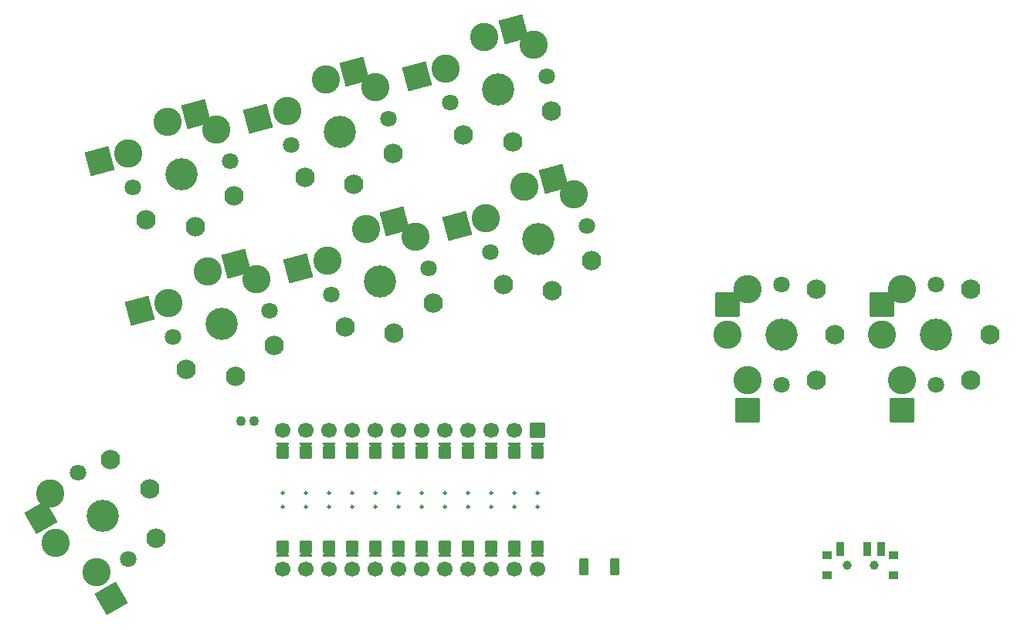
<source format=gbr>
%TF.GenerationSoftware,KiCad,Pcbnew,(6.0.5-0)*%
%TF.CreationDate,2022-07-11T16:51:09+02:00*%
%TF.ProjectId,kardV2,6b617264-5632-42e6-9b69-6361645f7063,v1.0.0*%
%TF.SameCoordinates,Original*%
%TF.FileFunction,Soldermask,Top*%
%TF.FilePolarity,Negative*%
%FSLAX46Y46*%
G04 Gerber Fmt 4.6, Leading zero omitted, Abs format (unit mm)*
G04 Created by KiCad (PCBNEW (6.0.5-0)) date 2022-07-11 16:51:09*
%MOMM*%
%LPD*%
G01*
G04 APERTURE LIST*
G04 Aperture macros list*
%AMRoundRect*
0 Rectangle with rounded corners*
0 $1 Rounding radius*
0 $2 $3 $4 $5 $6 $7 $8 $9 X,Y pos of 4 corners*
0 Add a 4 corners polygon primitive as box body*
4,1,4,$2,$3,$4,$5,$6,$7,$8,$9,$2,$3,0*
0 Add four circle primitives for the rounded corners*
1,1,$1+$1,$2,$3*
1,1,$1+$1,$4,$5*
1,1,$1+$1,$6,$7*
1,1,$1+$1,$8,$9*
0 Add four rect primitives between the rounded corners*
20,1,$1+$1,$2,$3,$4,$5,0*
20,1,$1+$1,$4,$5,$6,$7,0*
20,1,$1+$1,$6,$7,$8,$9,0*
20,1,$1+$1,$8,$9,$2,$3,0*%
%AMFreePoly0*
4,1,14,0.635355,0.435355,0.650000,0.400000,0.650000,0.200000,0.635355,0.164645,0.035355,-0.435355,0.000000,-0.450000,-0.035355,-0.435355,-0.635355,0.164645,-0.650000,0.200000,-0.650000,0.400000,-0.635355,0.435355,-0.600000,0.450000,0.600000,0.450000,0.635355,0.435355,0.635355,0.435355,$1*%
%AMFreePoly1*
4,1,16,0.635355,1.035355,0.650000,1.000000,0.650000,-0.250000,0.635355,-0.285355,0.600000,-0.300000,-0.600000,-0.300000,-0.635355,-0.285355,-0.650000,-0.250000,-0.650000,1.000000,-0.635355,1.035355,-0.600000,1.050000,-0.564645,1.035355,0.000000,0.470710,0.564645,1.035355,0.600000,1.050000,0.635355,1.035355,0.635355,1.035355,$1*%
G04 Aperture macros list end*
%ADD10C,0.250000*%
%ADD11C,0.100000*%
%ADD12C,3.529000*%
%ADD13C,1.801800*%
%ADD14C,3.100000*%
%ADD15RoundRect,0.050000X1.775833X-0.475833X0.475833X1.775833X-1.775833X0.475833X-0.475833X-1.775833X0*%
%ADD16C,2.132000*%
%ADD17RoundRect,0.050000X-0.919239X-1.592168X1.592168X-0.919239X0.919239X1.592168X-1.592168X0.919239X0*%
%ADD18RoundRect,0.050000X1.300000X-1.300000X1.300000X1.300000X-1.300000X1.300000X-1.300000X-1.300000X0*%
%ADD19C,1.700000*%
%ADD20FreePoly0,0.000000*%
%ADD21FreePoly1,0.000000*%
%ADD22RoundRect,0.050000X0.800000X0.800000X-0.800000X0.800000X-0.800000X-0.800000X0.800000X-0.800000X0*%
%ADD23FreePoly1,180.000000*%
%ADD24FreePoly0,180.000000*%
%ADD25C,1.000000*%
%ADD26RoundRect,0.050000X-0.350000X-0.750000X0.350000X-0.750000X0.350000X0.750000X-0.350000X0.750000X0*%
%ADD27RoundRect,0.050000X-0.500000X-0.400000X0.500000X-0.400000X0.500000X0.400000X-0.500000X0.400000X0*%
%ADD28RoundRect,0.050000X0.450000X0.850000X-0.450000X0.850000X-0.450000X-0.850000X0.450000X-0.850000X0*%
%ADD29C,1.100000*%
G04 APERTURE END LIST*
D10*
%TO.C,MCU1*%
X37228950Y7200291D02*
G75*
G03*
X37228950Y7200291I-125000J0D01*
G01*
X37228950Y5676291D02*
G75*
G03*
X37228950Y5676291I-125000J0D01*
G01*
X39768950Y7200291D02*
G75*
G03*
X39768950Y7200291I-125000J0D01*
G01*
X39768950Y5676291D02*
G75*
G03*
X39768950Y5676291I-125000J0D01*
G01*
X42308950Y7200291D02*
G75*
G03*
X42308950Y7200291I-125000J0D01*
G01*
X42308950Y5676291D02*
G75*
G03*
X42308950Y5676291I-125000J0D01*
G01*
X44848950Y7200291D02*
G75*
G03*
X44848950Y7200291I-125000J0D01*
G01*
X44848950Y5676291D02*
G75*
G03*
X44848950Y5676291I-125000J0D01*
G01*
X47388950Y7200291D02*
G75*
G03*
X47388950Y7200291I-125000J0D01*
G01*
X47388950Y5676291D02*
G75*
G03*
X47388950Y5676291I-125000J0D01*
G01*
X49928950Y7200291D02*
G75*
G03*
X49928950Y7200291I-125000J0D01*
G01*
X49928950Y5676291D02*
G75*
G03*
X49928950Y5676291I-125000J0D01*
G01*
X52468950Y7200291D02*
G75*
G03*
X52468950Y7200291I-125000J0D01*
G01*
X52468950Y5676291D02*
G75*
G03*
X52468950Y5676291I-125000J0D01*
G01*
X55008950Y7200291D02*
G75*
G03*
X55008950Y7200291I-125000J0D01*
G01*
X55008950Y5676291D02*
G75*
G03*
X55008950Y5676291I-125000J0D01*
G01*
X57548950Y7200291D02*
G75*
G03*
X57548950Y7200291I-125000J0D01*
G01*
X57548950Y5676291D02*
G75*
G03*
X57548950Y5676291I-125000J0D01*
G01*
X60088950Y7200291D02*
G75*
G03*
X60088950Y7200291I-125000J0D01*
G01*
X60088950Y5676291D02*
G75*
G03*
X60088950Y5676291I-125000J0D01*
G01*
X62628950Y5676291D02*
G75*
G03*
X62628950Y5676291I-125000J0D01*
G01*
X62628950Y7200291D02*
G75*
G03*
X62628950Y7200291I-125000J0D01*
G01*
X65168950Y7200291D02*
G75*
G03*
X65168950Y7200291I-125000J0D01*
G01*
X65168950Y5676291D02*
G75*
G03*
X65168950Y5676291I-125000J0D01*
G01*
G36*
X65551950Y342291D02*
G01*
X64535950Y342291D01*
X64535950Y1358291D01*
X65551950Y1358291D01*
X65551950Y342291D01*
G37*
D11*
X65551950Y342291D02*
X64535950Y342291D01*
X64535950Y1358291D01*
X65551950Y1358291D01*
X65551950Y342291D01*
G36*
X50311950Y342291D02*
G01*
X49295950Y342291D01*
X49295950Y1358291D01*
X50311950Y1358291D01*
X50311950Y342291D01*
G37*
X50311950Y342291D02*
X49295950Y342291D01*
X49295950Y1358291D01*
X50311950Y1358291D01*
X50311950Y342291D01*
G36*
X63011950Y342291D02*
G01*
X61995950Y342291D01*
X61995950Y1358291D01*
X63011950Y1358291D01*
X63011950Y342291D01*
G37*
X63011950Y342291D02*
X61995950Y342291D01*
X61995950Y1358291D01*
X63011950Y1358291D01*
X63011950Y342291D01*
G36*
X60471950Y342291D02*
G01*
X59455950Y342291D01*
X59455950Y1358291D01*
X60471950Y1358291D01*
X60471950Y342291D01*
G37*
X60471950Y342291D02*
X59455950Y342291D01*
X59455950Y1358291D01*
X60471950Y1358291D01*
X60471950Y342291D01*
G36*
X55391950Y342291D02*
G01*
X54375950Y342291D01*
X54375950Y1358291D01*
X55391950Y1358291D01*
X55391950Y342291D01*
G37*
X55391950Y342291D02*
X54375950Y342291D01*
X54375950Y1358291D01*
X55391950Y1358291D01*
X55391950Y342291D01*
G36*
X52851950Y342291D02*
G01*
X51835950Y342291D01*
X51835950Y1358291D01*
X52851950Y1358291D01*
X52851950Y342291D01*
G37*
X52851950Y342291D02*
X51835950Y342291D01*
X51835950Y1358291D01*
X52851950Y1358291D01*
X52851950Y342291D01*
G36*
X45231950Y342291D02*
G01*
X44215950Y342291D01*
X44215950Y1358291D01*
X45231950Y1358291D01*
X45231950Y342291D01*
G37*
X45231950Y342291D02*
X44215950Y342291D01*
X44215950Y1358291D01*
X45231950Y1358291D01*
X45231950Y342291D01*
G36*
X40151950Y342291D02*
G01*
X39135950Y342291D01*
X39135950Y1358291D01*
X40151950Y1358291D01*
X40151950Y342291D01*
G37*
X40151950Y342291D02*
X39135950Y342291D01*
X39135950Y1358291D01*
X40151950Y1358291D01*
X40151950Y342291D01*
G36*
X57931950Y342291D02*
G01*
X56915950Y342291D01*
X56915950Y1358291D01*
X57931950Y1358291D01*
X57931950Y342291D01*
G37*
X57931950Y342291D02*
X56915950Y342291D01*
X56915950Y1358291D01*
X57931950Y1358291D01*
X57931950Y342291D01*
G36*
X47771950Y342291D02*
G01*
X46755950Y342291D01*
X46755950Y1358291D01*
X47771950Y1358291D01*
X47771950Y342291D01*
G37*
X47771950Y342291D02*
X46755950Y342291D01*
X46755950Y1358291D01*
X47771950Y1358291D01*
X47771950Y342291D01*
G36*
X42691950Y342291D02*
G01*
X41675950Y342291D01*
X41675950Y1358291D01*
X42691950Y1358291D01*
X42691950Y342291D01*
G37*
X42691950Y342291D02*
X41675950Y342291D01*
X41675950Y1358291D01*
X42691950Y1358291D01*
X42691950Y342291D01*
G36*
X37611950Y342291D02*
G01*
X36595950Y342291D01*
X36595950Y1358291D01*
X37611950Y1358291D01*
X37611950Y342291D01*
G37*
X37611950Y342291D02*
X36595950Y342291D01*
X36595950Y1358291D01*
X37611950Y1358291D01*
X37611950Y342291D01*
G36*
X37611950Y11518291D02*
G01*
X36595950Y11518291D01*
X36595950Y12534291D01*
X37611950Y12534291D01*
X37611950Y11518291D01*
G37*
X37611950Y11518291D02*
X36595950Y11518291D01*
X36595950Y12534291D01*
X37611950Y12534291D01*
X37611950Y11518291D01*
G36*
X40151950Y11518291D02*
G01*
X39135950Y11518291D01*
X39135950Y12534291D01*
X40151950Y12534291D01*
X40151950Y11518291D01*
G37*
X40151950Y11518291D02*
X39135950Y11518291D01*
X39135950Y12534291D01*
X40151950Y12534291D01*
X40151950Y11518291D01*
G36*
X42691950Y11518291D02*
G01*
X41675950Y11518291D01*
X41675950Y12534291D01*
X42691950Y12534291D01*
X42691950Y11518291D01*
G37*
X42691950Y11518291D02*
X41675950Y11518291D01*
X41675950Y12534291D01*
X42691950Y12534291D01*
X42691950Y11518291D01*
G36*
X45231950Y11518291D02*
G01*
X44215950Y11518291D01*
X44215950Y12534291D01*
X45231950Y12534291D01*
X45231950Y11518291D01*
G37*
X45231950Y11518291D02*
X44215950Y11518291D01*
X44215950Y12534291D01*
X45231950Y12534291D01*
X45231950Y11518291D01*
G36*
X47771950Y11518291D02*
G01*
X46755950Y11518291D01*
X46755950Y12534291D01*
X47771950Y12534291D01*
X47771950Y11518291D01*
G37*
X47771950Y11518291D02*
X46755950Y11518291D01*
X46755950Y12534291D01*
X47771950Y12534291D01*
X47771950Y11518291D01*
G36*
X50311950Y11518291D02*
G01*
X49295950Y11518291D01*
X49295950Y12534291D01*
X50311950Y12534291D01*
X50311950Y11518291D01*
G37*
X50311950Y11518291D02*
X49295950Y11518291D01*
X49295950Y12534291D01*
X50311950Y12534291D01*
X50311950Y11518291D01*
G36*
X52851950Y11518291D02*
G01*
X51835950Y11518291D01*
X51835950Y12534291D01*
X52851950Y12534291D01*
X52851950Y11518291D01*
G37*
X52851950Y11518291D02*
X51835950Y11518291D01*
X51835950Y12534291D01*
X52851950Y12534291D01*
X52851950Y11518291D01*
G36*
X55391950Y11518291D02*
G01*
X54375950Y11518291D01*
X54375950Y12534291D01*
X55391950Y12534291D01*
X55391950Y11518291D01*
G37*
X55391950Y11518291D02*
X54375950Y11518291D01*
X54375950Y12534291D01*
X55391950Y12534291D01*
X55391950Y11518291D01*
G36*
X57931950Y11518291D02*
G01*
X56915950Y11518291D01*
X56915950Y12534291D01*
X57931950Y12534291D01*
X57931950Y11518291D01*
G37*
X57931950Y11518291D02*
X56915950Y11518291D01*
X56915950Y12534291D01*
X57931950Y12534291D01*
X57931950Y11518291D01*
G36*
X60471950Y11518291D02*
G01*
X59455950Y11518291D01*
X59455950Y12534291D01*
X60471950Y12534291D01*
X60471950Y11518291D01*
G37*
X60471950Y11518291D02*
X59455950Y11518291D01*
X59455950Y12534291D01*
X60471950Y12534291D01*
X60471950Y11518291D01*
G36*
X63011950Y11518291D02*
G01*
X61995950Y11518291D01*
X61995950Y12534291D01*
X63011950Y12534291D01*
X63011950Y11518291D01*
G37*
X63011950Y11518291D02*
X61995950Y11518291D01*
X61995950Y12534291D01*
X63011950Y12534291D01*
X63011950Y11518291D01*
G36*
X65551950Y11518291D02*
G01*
X64535950Y11518291D01*
X64535950Y12534291D01*
X65551950Y12534291D01*
X65551950Y11518291D01*
G37*
X65551950Y11518291D02*
X64535950Y11518291D01*
X64535950Y12534291D01*
X65551950Y12534291D01*
X65551950Y11518291D01*
%TD*%
D12*
%TO.C,S1*%
X17386665Y4658743D03*
D13*
X14636665Y9421883D03*
X20136665Y-104397D03*
D14*
X11639070Y7113870D03*
X12233814Y1683743D03*
X16639070Y-1546384D03*
X12233814Y1683743D03*
D15*
X10596314Y4519976D03*
X18276570Y-4382617D03*
%TD*%
D12*
%TO.C,S2*%
X17386665Y4658743D03*
D13*
X20136665Y-104397D03*
X14636665Y9421883D03*
D16*
X23177562Y2228616D03*
X22496215Y7608743D03*
X18177562Y10888870D03*
X22496215Y7608743D03*
%TD*%
D12*
%TO.C,S3*%
X30373406Y25738225D03*
D13*
X35685998Y27161730D03*
X25060814Y24314720D03*
D14*
X34232464Y30654542D03*
X28833433Y31485484D03*
X24573205Y28066352D03*
X28833433Y31485484D03*
D17*
X31996840Y32333116D03*
X21409798Y27218719D03*
%TD*%
D12*
%TO.C,S4*%
X30373406Y25738225D03*
D13*
X25060814Y24314720D03*
X35685998Y27161730D03*
D16*
X26527289Y20773612D03*
X31900438Y20039263D03*
X36186548Y23361802D03*
X31900438Y20039263D03*
%TD*%
D12*
%TO.C,S5*%
X25973482Y42158964D03*
D13*
X31286074Y43582469D03*
X20660890Y40735459D03*
D14*
X29832540Y47075281D03*
X24433509Y47906223D03*
X20173281Y44487091D03*
X24433509Y47906223D03*
D17*
X27596916Y48753855D03*
X17009874Y43639458D03*
%TD*%
D12*
%TO.C,S6*%
X25973482Y42158964D03*
D13*
X20660890Y40735459D03*
X31286074Y43582469D03*
D16*
X22127365Y37194351D03*
X27500514Y36460002D03*
X31786624Y39782541D03*
X27500514Y36460002D03*
%TD*%
D12*
%TO.C,S7*%
X47760071Y30396968D03*
D13*
X53072663Y31820473D03*
X42447479Y28973463D03*
D14*
X51619129Y35313285D03*
X46220098Y36144227D03*
X41959870Y32725095D03*
X46220098Y36144227D03*
D17*
X49383505Y36991859D03*
X38796463Y31877462D03*
%TD*%
D12*
%TO.C,S8*%
X47760071Y30396968D03*
D13*
X42447479Y28973463D03*
X53072663Y31820473D03*
D16*
X43913954Y25432355D03*
X49287103Y24698006D03*
X53573213Y28020545D03*
X49287103Y24698006D03*
%TD*%
D12*
%TO.C,S9*%
X43360147Y46817707D03*
D13*
X48672739Y48241212D03*
X38047555Y45394202D03*
D14*
X47219205Y51734024D03*
X41820174Y52564966D03*
X37559946Y49145834D03*
X41820174Y52564966D03*
D17*
X44983581Y53412598D03*
X34396539Y48298201D03*
%TD*%
D12*
%TO.C,S10*%
X43360147Y46817707D03*
D13*
X38047555Y45394202D03*
X48672739Y48241212D03*
D16*
X39514030Y41853094D03*
X44887179Y41118745D03*
X49173289Y44441284D03*
X44887179Y41118745D03*
%TD*%
D12*
%TO.C,S11*%
X65146736Y35055710D03*
D13*
X70459328Y36479215D03*
X59834144Y33632205D03*
D14*
X69005794Y39972027D03*
X63606763Y40802969D03*
X59346535Y37383837D03*
X63606763Y40802969D03*
D17*
X66770170Y41650601D03*
X56183128Y36536204D03*
%TD*%
D12*
%TO.C,S12*%
X65146736Y35055710D03*
D13*
X59834144Y33632205D03*
X70459328Y36479215D03*
D16*
X61300619Y30091097D03*
X66673768Y29356748D03*
X70959878Y32679287D03*
X66673768Y29356748D03*
%TD*%
D12*
%TO.C,S13*%
X60746812Y51476449D03*
D13*
X66059404Y52899954D03*
X55434220Y50052944D03*
D14*
X64605870Y56392766D03*
X59206839Y57223708D03*
X54946611Y53804576D03*
X59206839Y57223708D03*
D17*
X62370246Y58071340D03*
X51783204Y52956943D03*
%TD*%
D12*
%TO.C,S14*%
X60746812Y51476449D03*
D13*
X55434220Y50052944D03*
X66059404Y52899954D03*
D16*
X56900695Y46511836D03*
X62273844Y45777487D03*
X66559954Y49100026D03*
X62273844Y45777487D03*
%TD*%
D12*
%TO.C,S15*%
X91762954Y24587809D03*
D13*
X91762954Y30087809D03*
X91762954Y19087809D03*
D14*
X88012954Y29587809D03*
X85812954Y24587809D03*
X88012954Y19587809D03*
X85812954Y24587809D03*
D18*
X85812954Y27862809D03*
X88012954Y16312809D03*
%TD*%
D12*
%TO.C,S16*%
X91762954Y24587809D03*
D13*
X91762954Y19087809D03*
X91762954Y30087809D03*
D16*
X95562954Y19587809D03*
X97662954Y24587809D03*
X95562954Y29587809D03*
X97662954Y24587809D03*
%TD*%
D12*
%TO.C,S17*%
X108741388Y24588164D03*
D13*
X108741388Y30088164D03*
X108741388Y19088164D03*
D14*
X104991388Y29588164D03*
X102791388Y24588164D03*
X104991388Y19588164D03*
X102791388Y24588164D03*
D18*
X102791388Y27863164D03*
X104991388Y16313164D03*
%TD*%
D12*
%TO.C,S18*%
X108741388Y24588164D03*
D13*
X108741388Y19088164D03*
X108741388Y30088164D03*
D16*
X112541388Y19588164D03*
X114641388Y24588164D03*
X112541388Y29588164D03*
X114641388Y24588164D03*
%TD*%
D19*
%TO.C,MCU1*%
X65043950Y14058291D03*
X62503950Y14058291D03*
X59963950Y14058291D03*
X57423950Y14058291D03*
X54883950Y14058291D03*
X52343950Y14058291D03*
X49803950Y14058291D03*
X47263950Y14058291D03*
X44723950Y14058291D03*
X42183950Y14058291D03*
X39643950Y14058291D03*
X37103950Y14058291D03*
X37103950Y-1181709D03*
X39643950Y-1181709D03*
X42183950Y-1181709D03*
X44723950Y-1181709D03*
X47263950Y-1181709D03*
X49803950Y-1181709D03*
X52343950Y-1181709D03*
X54883950Y-1181709D03*
X57423950Y-1181709D03*
X59963950Y-1181709D03*
X62503950Y-1181709D03*
X65043950Y-1181709D03*
D20*
X65043950Y12280291D03*
D21*
X65043950Y11264291D03*
D22*
X65043950Y14058291D03*
D20*
X62503950Y12280291D03*
D21*
X62503950Y11264291D03*
D20*
X59963950Y12280291D03*
D21*
X59963950Y11264291D03*
D20*
X57423950Y12280291D03*
D21*
X57423950Y11264291D03*
D20*
X54883950Y12280291D03*
D21*
X54883950Y11264291D03*
D20*
X52343950Y12280291D03*
D21*
X52343950Y11264291D03*
D20*
X49803950Y12280291D03*
D21*
X49803950Y11264291D03*
D20*
X47263950Y12280291D03*
D21*
X47263950Y11264291D03*
D20*
X44723950Y12280291D03*
D21*
X44723950Y11264291D03*
D20*
X42183950Y12280291D03*
D21*
X42183950Y11264291D03*
D20*
X39643950Y12280291D03*
D21*
X39643950Y11264291D03*
D20*
X37103950Y12280291D03*
D21*
X37103950Y11264291D03*
D23*
X65043950Y1612291D03*
X59963950Y1612291D03*
D24*
X59963950Y596291D03*
X65043950Y596291D03*
D23*
X62503950Y1612291D03*
X57423950Y1612291D03*
D24*
X62503950Y596291D03*
X57423950Y596291D03*
D23*
X52343950Y1612291D03*
X49803950Y1612291D03*
D24*
X49803950Y596291D03*
D23*
X47263950Y1612291D03*
X37103950Y1612291D03*
D24*
X47263950Y596291D03*
X37103950Y596291D03*
D23*
X44723950Y1612291D03*
D24*
X54883950Y596291D03*
X52343950Y596291D03*
X44723950Y596291D03*
D23*
X42183950Y1612291D03*
D24*
X42183950Y596291D03*
X39643950Y596291D03*
D23*
X39643950Y1612291D03*
X54883950Y1612291D03*
%TD*%
D25*
%TO.C,*%
X98941388Y-741836D03*
X101941388Y-741836D03*
D26*
X98191388Y1018164D03*
X101191388Y1018164D03*
X102691388Y1018164D03*
D27*
X96791388Y-1841836D03*
X104091388Y-1841836D03*
X104091388Y368164D03*
X96791388Y368164D03*
D25*
X98941388Y-741836D03*
X101941388Y-741836D03*
%TD*%
D28*
%TO.C,*%
X73462954Y-912191D03*
X70062954Y-912191D03*
%TD*%
D29*
%TO.C,*%
X32470416Y15113041D03*
X33970416Y15113041D03*
%TD*%
M02*

</source>
